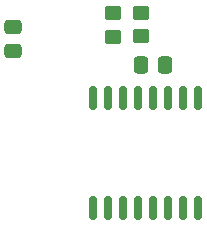
<source format=gbr>
%TF.GenerationSoftware,KiCad,Pcbnew,(6.0.1)*%
%TF.CreationDate,2023-02-17T13:15:31+03:00*%
%TF.ProjectId,_______ IGBT,14403039-3235-4402-9049-4742542e6b69,rev?*%
%TF.SameCoordinates,Original*%
%TF.FileFunction,Paste,Bot*%
%TF.FilePolarity,Positive*%
%FSLAX46Y46*%
G04 Gerber Fmt 4.6, Leading zero omitted, Abs format (unit mm)*
G04 Created by KiCad (PCBNEW (6.0.1)) date 2023-02-17 13:15:31*
%MOMM*%
%LPD*%
G01*
G04 APERTURE LIST*
G04 Aperture macros list*
%AMRoundRect*
0 Rectangle with rounded corners*
0 $1 Rounding radius*
0 $2 $3 $4 $5 $6 $7 $8 $9 X,Y pos of 4 corners*
0 Add a 4 corners polygon primitive as box body*
4,1,4,$2,$3,$4,$5,$6,$7,$8,$9,$2,$3,0*
0 Add four circle primitives for the rounded corners*
1,1,$1+$1,$2,$3*
1,1,$1+$1,$4,$5*
1,1,$1+$1,$6,$7*
1,1,$1+$1,$8,$9*
0 Add four rect primitives between the rounded corners*
20,1,$1+$1,$2,$3,$4,$5,0*
20,1,$1+$1,$4,$5,$6,$7,0*
20,1,$1+$1,$6,$7,$8,$9,0*
20,1,$1+$1,$8,$9,$2,$3,0*%
G04 Aperture macros list end*
%ADD10RoundRect,0.250000X0.450000X-0.350000X0.450000X0.350000X-0.450000X0.350000X-0.450000X-0.350000X0*%
%ADD11RoundRect,0.250000X-0.450000X0.350000X-0.450000X-0.350000X0.450000X-0.350000X0.450000X0.350000X0*%
%ADD12RoundRect,0.150000X0.150000X-0.875000X0.150000X0.875000X-0.150000X0.875000X-0.150000X-0.875000X0*%
%ADD13RoundRect,0.250000X0.475000X-0.337500X0.475000X0.337500X-0.475000X0.337500X-0.475000X-0.337500X0*%
%ADD14RoundRect,0.250000X-0.337500X-0.475000X0.337500X-0.475000X0.337500X0.475000X-0.337500X0.475000X0*%
G04 APERTURE END LIST*
D10*
%TO.C,R20*%
X187409300Y-77428600D03*
X187409300Y-75428600D03*
%TD*%
D11*
%TO.C,R13*%
X185009300Y-77478600D03*
X185009300Y-75478600D03*
%TD*%
D12*
%TO.C,D3*%
X192254300Y-91928600D03*
X190984300Y-91928600D03*
X189714300Y-91928600D03*
X188444300Y-91928600D03*
X187174300Y-91928600D03*
X185904300Y-91928600D03*
X184634300Y-91928600D03*
X183364300Y-91928600D03*
X183364300Y-82628600D03*
X184634300Y-82628600D03*
X185904300Y-82628600D03*
X187174300Y-82628600D03*
X188444300Y-82628600D03*
X189714300Y-82628600D03*
X190984300Y-82628600D03*
X192254300Y-82628600D03*
%TD*%
D13*
%TO.C,C16*%
X176609300Y-78716100D03*
X176609300Y-76641100D03*
%TD*%
D14*
%TO.C,C15*%
X187371800Y-79878600D03*
X189446800Y-79878600D03*
%TD*%
M02*

</source>
